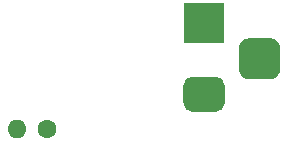
<source format=gbr>
%TF.GenerationSoftware,KiCad,Pcbnew,(5.1.10)-1*%
%TF.CreationDate,2021-09-02T17:40:55+03:00*%
%TF.ProjectId,Multivibrator,4d756c74-6976-4696-9272-61746f722e6b,rev?*%
%TF.SameCoordinates,Original*%
%TF.FileFunction,Soldermask,Bot*%
%TF.FilePolarity,Negative*%
%FSLAX46Y46*%
G04 Gerber Fmt 4.6, Leading zero omitted, Abs format (unit mm)*
G04 Created by KiCad (PCBNEW (5.1.10)-1) date 2021-09-02 17:40:55*
%MOMM*%
%LPD*%
G01*
G04 APERTURE LIST*
%ADD10O,1.600000X1.600000*%
%ADD11C,1.600000*%
%ADD12R,3.500000X3.500000*%
G04 APERTURE END LIST*
D10*
%TO.C,J3*%
X145224500Y-70104000D03*
D11*
X147764500Y-70104000D03*
%TD*%
%TO.C,J1*%
G36*
G01*
X166674500Y-65900500D02*
X164924500Y-65900500D01*
G75*
G02*
X164049500Y-65025500I0J875000D01*
G01*
X164049500Y-63275500D01*
G75*
G02*
X164924500Y-62400500I875000J0D01*
G01*
X166674500Y-62400500D01*
G75*
G02*
X167549500Y-63275500I0J-875000D01*
G01*
X167549500Y-65025500D01*
G75*
G02*
X166674500Y-65900500I-875000J0D01*
G01*
G37*
G36*
G01*
X162099500Y-68650500D02*
X160099500Y-68650500D01*
G75*
G02*
X159349500Y-67900500I0J750000D01*
G01*
X159349500Y-66400500D01*
G75*
G02*
X160099500Y-65650500I750000J0D01*
G01*
X162099500Y-65650500D01*
G75*
G02*
X162849500Y-66400500I0J-750000D01*
G01*
X162849500Y-67900500D01*
G75*
G02*
X162099500Y-68650500I-750000J0D01*
G01*
G37*
D12*
X161099500Y-61150500D03*
%TD*%
M02*

</source>
